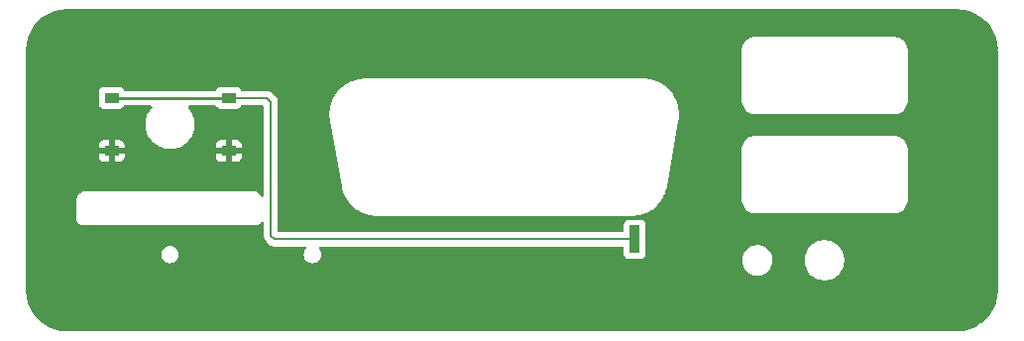
<source format=gbr>
%TF.GenerationSoftware,KiCad,Pcbnew,9.0.0*%
%TF.CreationDate,2025-05-16T22:32:30-04:00*%
%TF.ProjectId,Front Plate,46726f6e-7420-4506-9c61-74652e6b6963,rev?*%
%TF.SameCoordinates,Original*%
%TF.FileFunction,Copper,L2,Bot*%
%TF.FilePolarity,Positive*%
%FSLAX46Y46*%
G04 Gerber Fmt 4.6, Leading zero omitted, Abs format (unit mm)*
G04 Created by KiCad (PCBNEW 9.0.0) date 2025-05-16 22:32:30*
%MOMM*%
%LPD*%
G01*
G04 APERTURE LIST*
%TA.AperFunction,SMDPad,CuDef*%
%ADD10R,0.850000X2.350000*%
%TD*%
%TA.AperFunction,ComponentPad*%
%ADD11C,4.000000*%
%TD*%
%TA.AperFunction,ComponentPad*%
%ADD12C,5.000000*%
%TD*%
%TA.AperFunction,SMDPad,CuDef*%
%ADD13R,1.193800X0.889000*%
%TD*%
%TA.AperFunction,Conductor*%
%ADD14C,0.200000*%
%TD*%
%TA.AperFunction,Conductor*%
%ADD15C,0.250000*%
%TD*%
G04 APERTURE END LIST*
D10*
%TO.P,P1,1*%
%TO.N,/PWR_SW*%
X146610000Y-94095000D03*
%TO.P,P1,2*%
%TO.N,GND*%
X148610000Y-96445000D03*
%TD*%
D11*
%TO.P,REF\u002A\u002A,1*%
%TO.N,GND*%
X118790000Y-86230000D03*
X152120000Y-86240000D03*
%TD*%
D12*
%TO.P,REF\u002A\u002A,1*%
%TO.N,GND*%
X98119160Y-78697420D03*
%TO.P,REF\u002A\u002A,2*%
X174119260Y-78697420D03*
%TO.P,REF\u002A\u002A,3*%
X98119160Y-97697390D03*
%TO.P,REF\u002A\u002A,4*%
X174119260Y-97697390D03*
%TD*%
D13*
%TO.P,SW1,1,1*%
%TO.N,/PWR_SW*%
X111930000Y-82029999D03*
%TO.P,SW1,2,2*%
X101930000Y-82029999D03*
%TO.P,SW1,3,3*%
%TO.N,GND*%
X111930000Y-86530001D03*
%TO.P,SW1,4,4*%
X101930000Y-86530001D03*
%TD*%
D14*
%TO.N,/PWR_SW*%
X146610000Y-94095000D02*
X115815000Y-94095000D01*
X115815000Y-94095000D02*
X115530000Y-93810000D01*
X115530000Y-93810000D02*
X115530000Y-82350000D01*
X115530000Y-82350000D02*
X115209999Y-82029999D01*
X115209999Y-82029999D02*
X111930000Y-82029999D01*
D15*
X111930000Y-82029999D02*
X101930000Y-82029999D01*
%TD*%
%TA.AperFunction,Conductor*%
%TO.N,GND*%
G36*
X174105230Y-74435868D02*
G01*
X174658671Y-74479543D01*
X174677826Y-74482577D01*
X175194397Y-74606475D01*
X175212940Y-74612499D01*
X175703787Y-74815905D01*
X175721081Y-74824717D01*
X176174254Y-75102328D01*
X176190000Y-75113766D01*
X176594019Y-75458844D01*
X176607774Y-75472600D01*
X176952888Y-75876660D01*
X176964322Y-75892396D01*
X177241828Y-76345190D01*
X177250679Y-76362567D01*
X177453909Y-76853695D01*
X177459901Y-76872143D01*
X177584037Y-77388865D01*
X177587083Y-77408080D01*
X177621466Y-77844026D01*
X177620884Y-77869224D01*
X177619830Y-77877618D01*
X177618720Y-77881772D01*
X177618722Y-77886438D01*
X177617751Y-77894177D01*
X177617030Y-77895831D01*
X177616421Y-77902689D01*
X177618656Y-77955504D01*
X177618767Y-77960670D01*
X177631184Y-98422956D01*
X177630800Y-98432786D01*
X177587085Y-98986732D01*
X177584038Y-99005943D01*
X177459912Y-99522617D01*
X177453913Y-99541081D01*
X177250674Y-100032014D01*
X177241842Y-100049357D01*
X176964294Y-100502439D01*
X176952845Y-100518200D01*
X176607771Y-100922212D01*
X176594015Y-100935967D01*
X176190009Y-101281035D01*
X176174249Y-101292483D01*
X175721181Y-101570027D01*
X175703837Y-101578861D01*
X175212902Y-101782095D01*
X175194440Y-101788093D01*
X174677784Y-101912221D01*
X174658561Y-101915269D01*
X174222678Y-101949627D01*
X174195628Y-101948796D01*
X174188139Y-101947740D01*
X174185152Y-101946940D01*
X174182459Y-101946940D01*
X174173846Y-101945726D01*
X174173365Y-101945508D01*
X174168812Y-101945058D01*
X174113980Y-101946845D01*
X174113116Y-101946874D01*
X174109079Y-101946940D01*
X169435102Y-101946940D01*
X102934458Y-101946940D01*
X102933828Y-101946773D01*
X102868752Y-101946940D01*
X102796958Y-101946940D01*
X102794090Y-101947131D01*
X98143153Y-101959066D01*
X98133131Y-101958686D01*
X97579809Y-101915249D01*
X97560546Y-101912198D01*
X97043981Y-101788090D01*
X97025519Y-101782092D01*
X96534588Y-101578861D01*
X96517244Y-101570028D01*
X96517242Y-101570027D01*
X96064169Y-101292484D01*
X96048408Y-101281035D01*
X95644399Y-100935964D01*
X95630644Y-100922209D01*
X95285570Y-100518197D01*
X95274124Y-100502439D01*
X95270624Y-100496725D01*
X94996576Y-100049357D01*
X94987750Y-100032025D01*
X94784512Y-99541079D01*
X94778515Y-99522620D01*
X94778514Y-99522617D01*
X94654386Y-99005961D01*
X94651339Y-98986741D01*
X94616972Y-98550735D01*
X94617852Y-98523344D01*
X94618896Y-98516085D01*
X94619709Y-98513045D01*
X94619707Y-98510446D01*
X94620975Y-98501634D01*
X94621124Y-98501306D01*
X94621529Y-98497220D01*
X94621531Y-98497212D01*
X94619726Y-98441133D01*
X94619663Y-98437322D01*
X94617850Y-95388426D01*
X106168285Y-95388426D01*
X106168285Y-95388433D01*
X106187087Y-95555315D01*
X106187088Y-95555320D01*
X106212362Y-95627547D01*
X106242558Y-95713843D01*
X106331911Y-95856047D01*
X106450668Y-95974804D01*
X106592872Y-96064157D01*
X106746716Y-96117989D01*
X106751394Y-96119626D01*
X106751399Y-96119627D01*
X106918281Y-96138430D01*
X106918285Y-96138430D01*
X106918289Y-96138430D01*
X107085170Y-96119627D01*
X107085173Y-96119626D01*
X107085176Y-96119626D01*
X107243698Y-96064157D01*
X107385902Y-95974804D01*
X107504659Y-95856047D01*
X107594012Y-95713843D01*
X107649481Y-95555321D01*
X107650314Y-95547927D01*
X107668285Y-95388433D01*
X107668285Y-95388426D01*
X107649482Y-95221544D01*
X107649481Y-95221539D01*
X107636432Y-95184248D01*
X107594012Y-95063017D01*
X107504659Y-94920813D01*
X107385902Y-94802056D01*
X107243700Y-94712704D01*
X107243699Y-94712703D01*
X107243698Y-94712703D01*
X107193624Y-94695181D01*
X107085175Y-94657233D01*
X107085170Y-94657232D01*
X106918289Y-94638430D01*
X106918281Y-94638430D01*
X106751399Y-94657232D01*
X106751394Y-94657233D01*
X106592869Y-94712704D01*
X106450667Y-94802056D01*
X106331911Y-94920812D01*
X106242559Y-95063014D01*
X106187088Y-95221539D01*
X106187087Y-95221544D01*
X106168285Y-95388426D01*
X94617850Y-95388426D01*
X94615050Y-90680450D01*
X98950253Y-90680450D01*
X98950257Y-90749540D01*
X98950257Y-92432205D01*
X98984365Y-92559501D01*
X99005604Y-92596287D01*
X99050257Y-92673628D01*
X99143443Y-92766814D01*
X99222601Y-92812516D01*
X99257385Y-92832599D01*
X99257571Y-92832706D01*
X99384865Y-92866814D01*
X114215013Y-92866814D01*
X114215151Y-92866851D01*
X114280164Y-92866814D01*
X114346649Y-92866814D01*
X114346649Y-92866813D01*
X114346934Y-92866776D01*
X114346935Y-92866776D01*
X114409683Y-92849923D01*
X114473943Y-92832706D01*
X114474068Y-92832633D01*
X114474197Y-92832599D01*
X114474202Y-92832596D01*
X114474209Y-92832595D01*
X114511705Y-92810917D01*
X114530455Y-92800078D01*
X114530456Y-92800080D01*
X114530505Y-92800048D01*
X114588071Y-92766814D01*
X114588174Y-92766710D01*
X114588300Y-92766638D01*
X114634430Y-92720454D01*
X114681257Y-92673628D01*
X114681260Y-92673623D01*
X114681435Y-92673395D01*
X114698077Y-92644532D01*
X114748615Y-92596287D01*
X114817215Y-92583024D01*
X114882095Y-92608954D01*
X114922656Y-92665844D01*
X114929500Y-92706469D01*
X114929500Y-93723330D01*
X114929499Y-93723348D01*
X114929499Y-93889054D01*
X114929498Y-93889054D01*
X114970423Y-94041785D01*
X114999358Y-94091900D01*
X114999359Y-94091904D01*
X114999360Y-94091904D01*
X115049479Y-94178714D01*
X115049481Y-94178717D01*
X115168349Y-94297585D01*
X115168355Y-94297590D01*
X115330139Y-94459374D01*
X115330149Y-94459385D01*
X115334479Y-94463715D01*
X115334480Y-94463716D01*
X115446284Y-94575520D01*
X115509302Y-94611903D01*
X115583215Y-94654577D01*
X115735943Y-94695501D01*
X115735946Y-94695501D01*
X115901653Y-94695501D01*
X115901669Y-94695500D01*
X118439720Y-94695500D01*
X118506759Y-94715185D01*
X118552514Y-94767989D01*
X118562458Y-94837147D01*
X118533433Y-94900703D01*
X118527401Y-94907181D01*
X118513769Y-94920812D01*
X118424417Y-95063014D01*
X118368946Y-95221539D01*
X118368945Y-95221544D01*
X118350143Y-95388426D01*
X118350143Y-95388433D01*
X118368945Y-95555315D01*
X118368946Y-95555320D01*
X118394220Y-95627547D01*
X118424416Y-95713843D01*
X118513769Y-95856047D01*
X118632526Y-95974804D01*
X118774730Y-96064157D01*
X118928574Y-96117989D01*
X118933252Y-96119626D01*
X118933257Y-96119627D01*
X119100139Y-96138430D01*
X119100143Y-96138430D01*
X119100147Y-96138430D01*
X119267028Y-96119627D01*
X119267031Y-96119626D01*
X119267034Y-96119626D01*
X119425556Y-96064157D01*
X119567760Y-95974804D01*
X119686517Y-95856047D01*
X119735540Y-95778028D01*
X155789486Y-95778028D01*
X155789486Y-95982731D01*
X155821508Y-96184914D01*
X155884767Y-96379603D01*
X155909514Y-96428170D01*
X155971467Y-96549760D01*
X155977701Y-96561993D01*
X156098014Y-96727593D01*
X156242772Y-96872351D01*
X156397735Y-96984936D01*
X156408376Y-96992667D01*
X156524593Y-97051883D01*
X156590762Y-97085598D01*
X156590764Y-97085598D01*
X156590767Y-97085600D01*
X156695123Y-97119507D01*
X156785451Y-97148857D01*
X156886543Y-97164868D01*
X156987634Y-97180880D01*
X156987635Y-97180880D01*
X157192337Y-97180880D01*
X157192338Y-97180880D01*
X157394520Y-97148857D01*
X157589205Y-97085600D01*
X157771596Y-96992667D01*
X157864576Y-96925112D01*
X157937199Y-96872351D01*
X157937201Y-96872348D01*
X157937205Y-96872346D01*
X158081952Y-96727599D01*
X158081954Y-96727595D01*
X158081957Y-96727593D01*
X158191722Y-96576512D01*
X158202273Y-96561990D01*
X158295206Y-96379599D01*
X158358463Y-96184914D01*
X158390486Y-95982732D01*
X158390486Y-95778028D01*
X158389045Y-95768929D01*
X161108840Y-95768929D01*
X161108840Y-95991830D01*
X161108841Y-95991846D01*
X161137934Y-96212832D01*
X161137935Y-96212837D01*
X161137936Y-96212843D01*
X161195630Y-96428160D01*
X161195633Y-96428170D01*
X161280933Y-96634102D01*
X161280935Y-96634106D01*
X161392392Y-96827154D01*
X161392397Y-96827160D01*
X161392398Y-96827162D01*
X161528091Y-97004002D01*
X161528097Y-97004009D01*
X161685710Y-97161622D01*
X161685716Y-97161627D01*
X161862566Y-97297328D01*
X162055614Y-97408785D01*
X162261559Y-97494090D01*
X162476877Y-97551784D01*
X162697883Y-97580880D01*
X162697890Y-97580880D01*
X162920790Y-97580880D01*
X162920797Y-97580880D01*
X163141803Y-97551784D01*
X163357121Y-97494090D01*
X163563066Y-97408785D01*
X163756114Y-97297328D01*
X163932964Y-97161627D01*
X164090587Y-97004004D01*
X164226288Y-96827154D01*
X164337745Y-96634106D01*
X164423050Y-96428161D01*
X164480744Y-96212843D01*
X164509840Y-95991837D01*
X164509840Y-95768923D01*
X164480744Y-95547917D01*
X164423050Y-95332599D01*
X164416954Y-95317883D01*
X164377050Y-95221544D01*
X164337745Y-95126654D01*
X164226288Y-94933606D01*
X164099286Y-94768093D01*
X164090588Y-94756757D01*
X164090582Y-94756750D01*
X163932969Y-94599137D01*
X163932962Y-94599131D01*
X163756122Y-94463438D01*
X163756120Y-94463437D01*
X163756114Y-94463432D01*
X163563066Y-94351975D01*
X163563062Y-94351973D01*
X163357130Y-94266673D01*
X163357123Y-94266671D01*
X163357121Y-94266670D01*
X163141803Y-94208976D01*
X163141797Y-94208975D01*
X163141792Y-94208974D01*
X162920806Y-94179881D01*
X162920803Y-94179880D01*
X162920797Y-94179880D01*
X162697883Y-94179880D01*
X162697877Y-94179880D01*
X162697873Y-94179881D01*
X162476887Y-94208974D01*
X162476880Y-94208975D01*
X162476877Y-94208976D01*
X162261559Y-94266670D01*
X162261549Y-94266673D01*
X162055617Y-94351973D01*
X162055613Y-94351975D01*
X161862566Y-94463432D01*
X161862557Y-94463438D01*
X161685717Y-94599131D01*
X161685710Y-94599137D01*
X161528097Y-94756750D01*
X161528091Y-94756757D01*
X161392398Y-94933597D01*
X161392392Y-94933606D01*
X161280935Y-95126653D01*
X161280933Y-95126657D01*
X161195633Y-95332589D01*
X161195630Y-95332599D01*
X161137937Y-95547914D01*
X161137934Y-95547927D01*
X161108841Y-95768913D01*
X161108840Y-95768929D01*
X158389045Y-95768929D01*
X158380313Y-95713797D01*
X158358463Y-95575845D01*
X158313226Y-95436622D01*
X158295206Y-95381161D01*
X158295204Y-95381158D01*
X158295204Y-95381156D01*
X158235242Y-95263476D01*
X158202273Y-95198770D01*
X158191722Y-95184248D01*
X158081957Y-95033166D01*
X157937199Y-94888408D01*
X157771599Y-94768095D01*
X157771598Y-94768094D01*
X157771596Y-94768093D01*
X157677666Y-94720233D01*
X157589209Y-94675161D01*
X157394520Y-94611902D01*
X157219981Y-94584258D01*
X157192338Y-94579880D01*
X156987634Y-94579880D01*
X156963315Y-94583731D01*
X156785451Y-94611902D01*
X156590762Y-94675161D01*
X156408372Y-94768095D01*
X156242772Y-94888408D01*
X156098014Y-95033166D01*
X155977701Y-95198766D01*
X155884767Y-95381156D01*
X155821508Y-95575845D01*
X155789486Y-95778028D01*
X119735540Y-95778028D01*
X119775870Y-95713843D01*
X119831339Y-95555321D01*
X119832172Y-95547927D01*
X119850143Y-95388433D01*
X119850143Y-95388426D01*
X119831340Y-95221544D01*
X119831339Y-95221539D01*
X119818290Y-95184248D01*
X119775870Y-95063017D01*
X119686517Y-94920813D01*
X119672885Y-94907181D01*
X119639400Y-94845858D01*
X119644384Y-94776166D01*
X119686256Y-94720233D01*
X119751720Y-94695816D01*
X119760566Y-94695500D01*
X145560501Y-94695500D01*
X145627540Y-94715185D01*
X145673295Y-94767989D01*
X145684501Y-94819500D01*
X145684501Y-95317876D01*
X145690908Y-95377483D01*
X145741202Y-95512328D01*
X145741206Y-95512335D01*
X145827452Y-95627544D01*
X145827455Y-95627547D01*
X145942664Y-95713793D01*
X145942671Y-95713797D01*
X146077517Y-95764091D01*
X146077516Y-95764091D01*
X146084444Y-95764835D01*
X146137127Y-95770500D01*
X147082872Y-95770499D01*
X147142483Y-95764091D01*
X147277331Y-95713796D01*
X147392546Y-95627546D01*
X147478796Y-95512331D01*
X147529091Y-95377483D01*
X147535500Y-95317873D01*
X147535499Y-92872128D01*
X147529091Y-92812517D01*
X147524452Y-92800080D01*
X147478797Y-92677671D01*
X147478793Y-92677664D01*
X147392547Y-92562455D01*
X147392544Y-92562452D01*
X147277335Y-92476206D01*
X147277328Y-92476202D01*
X147142482Y-92425908D01*
X147142483Y-92425908D01*
X147082883Y-92419501D01*
X147082881Y-92419500D01*
X147082873Y-92419500D01*
X147082864Y-92419500D01*
X146137129Y-92419500D01*
X146137123Y-92419501D01*
X146077516Y-92425908D01*
X145942671Y-92476202D01*
X145942664Y-92476206D01*
X145827455Y-92562452D01*
X145827452Y-92562455D01*
X145741206Y-92677664D01*
X145741202Y-92677671D01*
X145690908Y-92812517D01*
X145686887Y-92849923D01*
X145684501Y-92872123D01*
X145684500Y-92872135D01*
X145684500Y-93370500D01*
X145664815Y-93437539D01*
X145612011Y-93483294D01*
X145560500Y-93494500D01*
X116254500Y-93494500D01*
X116187461Y-93474815D01*
X116141706Y-93422011D01*
X116130500Y-93370500D01*
X116130500Y-83354345D01*
X120538866Y-83354345D01*
X120540749Y-83403990D01*
X120540716Y-83414179D01*
X120538878Y-83455638D01*
X120538878Y-83455655D01*
X120582056Y-83892760D01*
X120587242Y-83931136D01*
X120587325Y-83931831D01*
X120587433Y-83932443D01*
X120587434Y-83932444D01*
X120600677Y-84006839D01*
X121593400Y-89583485D01*
X121593497Y-89584022D01*
X121593677Y-89585033D01*
X121611770Y-89703958D01*
X121627852Y-89774166D01*
X121627951Y-89774713D01*
X121628272Y-89776123D01*
X121628391Y-89776515D01*
X121628508Y-89777026D01*
X121628613Y-89777250D01*
X121629516Y-89780226D01*
X121718717Y-90074470D01*
X121750700Y-90179972D01*
X121785296Y-90262471D01*
X121787498Y-90268105D01*
X121789433Y-90273435D01*
X121789436Y-90273442D01*
X122022606Y-90709552D01*
X122023149Y-90710565D01*
X122026894Y-90715636D01*
X122048554Y-90744970D01*
X122054876Y-90754408D01*
X122078638Y-90793657D01*
X122174335Y-90910276D01*
X122259750Y-91014365D01*
X122392328Y-91175927D01*
X122392337Y-91175937D01*
X122392340Y-91175940D01*
X122418078Y-91203436D01*
X122437350Y-91224024D01*
X122440338Y-91226114D01*
X122460729Y-91243997D01*
X122464113Y-91247694D01*
X122810640Y-91531818D01*
X122846382Y-91561123D01*
X122907186Y-91600543D01*
X122913164Y-91604675D01*
X122930215Y-91617213D01*
X122930217Y-91617214D01*
X122930221Y-91617217D01*
X123366081Y-91850387D01*
X123449961Y-91884710D01*
X123455471Y-91887124D01*
X123459851Y-91889172D01*
X123459853Y-91889173D01*
X123459863Y-91889177D01*
X123708945Y-91964715D01*
X123933065Y-92032684D01*
X123937354Y-92033964D01*
X123978308Y-92039851D01*
X123990200Y-92042160D01*
X124007038Y-92046290D01*
X124032453Y-92052526D01*
X124524453Y-92100786D01*
X124567228Y-92102878D01*
X124570662Y-92103209D01*
X124570667Y-92103146D01*
X124575086Y-92103459D01*
X124575093Y-92103460D01*
X146261650Y-92091325D01*
X146271555Y-92091716D01*
X146281574Y-92092513D01*
X146283973Y-92093336D01*
X146302033Y-92094142D01*
X146304165Y-92094312D01*
X146305141Y-92094685D01*
X146318540Y-92096309D01*
X146341598Y-92100902D01*
X146358319Y-92099705D01*
X146367166Y-92099390D01*
X146416731Y-92099390D01*
X146422266Y-92099514D01*
X146424006Y-92099591D01*
X146427710Y-92099757D01*
X146907520Y-92052507D01*
X146945534Y-92047300D01*
X146965857Y-92040634D01*
X146985751Y-92035887D01*
X147006717Y-92032683D01*
X147369802Y-91922567D01*
X147479918Y-91889173D01*
X147479918Y-91889172D01*
X147555424Y-91857213D01*
X147561391Y-91854868D01*
X147573578Y-91850446D01*
X148009698Y-91617276D01*
X148086148Y-91565802D01*
X148091175Y-91562591D01*
X148093773Y-91561020D01*
X148475793Y-91247590D01*
X148527987Y-91198155D01*
X148527992Y-91198147D01*
X148532295Y-91193097D01*
X148532356Y-91193149D01*
X148544459Y-91179188D01*
X148544408Y-91179139D01*
X148545517Y-91177968D01*
X148546657Y-91176653D01*
X148547452Y-91175927D01*
X148861142Y-90793657D01*
X148906966Y-90727772D01*
X148906967Y-90727767D01*
X148909677Y-90722768D01*
X148910665Y-90720673D01*
X148914721Y-90713176D01*
X148917530Y-90709353D01*
X148941593Y-90664298D01*
X155766997Y-90664298D01*
X155767002Y-90816244D01*
X155767003Y-90816251D01*
X155801947Y-91014386D01*
X155801948Y-91014388D01*
X155870767Y-91203452D01*
X155971371Y-91377693D01*
X156100702Y-91531819D01*
X156254831Y-91661146D01*
X156429076Y-91761745D01*
X156618142Y-91830560D01*
X156816284Y-91865499D01*
X156839161Y-91865499D01*
X156850994Y-91865499D01*
X156850999Y-91865501D01*
X156916884Y-91865501D01*
X156982776Y-91865502D01*
X156982780Y-91865501D01*
X168703988Y-91865501D01*
X168712252Y-91865501D01*
X168712261Y-91865504D01*
X168726802Y-91865503D01*
X168726818Y-91865507D01*
X168778153Y-91865504D01*
X168778153Y-91865505D01*
X168878752Y-91865500D01*
X168878758Y-91865499D01*
X169076888Y-91830556D01*
X169076888Y-91830555D01*
X169076893Y-91830555D01*
X169265955Y-91761735D01*
X169440196Y-91661132D01*
X169594321Y-91531802D01*
X169723647Y-91377674D01*
X169824246Y-91203431D01*
X169893062Y-91014367D01*
X169928003Y-90816226D01*
X169928003Y-90781511D01*
X169928005Y-90781507D01*
X169928005Y-90709353D01*
X169928007Y-90649734D01*
X169928005Y-90649729D01*
X169928006Y-90642150D01*
X169928005Y-90642116D01*
X169928005Y-86480261D01*
X169928008Y-86480250D01*
X169928005Y-86414358D01*
X169928005Y-86348484D01*
X169928005Y-86340287D01*
X169927995Y-86340159D01*
X169927995Y-86313759D01*
X169893052Y-86115619D01*
X169893050Y-86115614D01*
X169893050Y-86115612D01*
X169843003Y-85978121D01*
X169824234Y-85926556D01*
X169723632Y-85752315D01*
X169709403Y-85735358D01*
X169594305Y-85598191D01*
X169594304Y-85598190D01*
X169440177Y-85468862D01*
X169265936Y-85368262D01*
X169265933Y-85368260D01*
X169265928Y-85368258D01*
X169076880Y-85299448D01*
X169076877Y-85299447D01*
X169076873Y-85299446D01*
X168933792Y-85274213D01*
X168878729Y-85264503D01*
X168848422Y-85264502D01*
X168848422Y-85264501D01*
X168844011Y-85264501D01*
X168778135Y-85264501D01*
X168778126Y-85264500D01*
X168712242Y-85264499D01*
X168712241Y-85264499D01*
X168703618Y-85264499D01*
X168703590Y-85264501D01*
X156942763Y-85264501D01*
X156942756Y-85264499D01*
X156876864Y-85264501D01*
X156803120Y-85264501D01*
X156803022Y-85264507D01*
X156779766Y-85264507D01*
X156588508Y-85298236D01*
X156406032Y-85364657D01*
X156406023Y-85364661D01*
X156237847Y-85461762D01*
X156237844Y-85461764D01*
X156089084Y-85586590D01*
X156089076Y-85586598D01*
X155964255Y-85735356D01*
X155964253Y-85735359D01*
X155867156Y-85903534D01*
X155867150Y-85903547D01*
X155800731Y-86086026D01*
X155767006Y-86277275D01*
X155767005Y-86277279D01*
X155767005Y-86297400D01*
X155767005Y-86308492D01*
X155767005Y-86308495D01*
X155767005Y-86332727D01*
X155767005Y-86374376D01*
X155767003Y-86440268D01*
X155767005Y-86440275D01*
X155767005Y-90642129D01*
X155767002Y-90642179D01*
X155767002Y-90664281D01*
X155766997Y-90664298D01*
X148941593Y-90664298D01*
X149150450Y-90273243D01*
X149170114Y-90221847D01*
X149173581Y-90213680D01*
X149189313Y-90180027D01*
X149332823Y-89706827D01*
X149343976Y-89641790D01*
X149352449Y-89607184D01*
X149355874Y-89572076D01*
X149356624Y-89567688D01*
X149356651Y-89567632D01*
X149356715Y-89567156D01*
X150331963Y-84006835D01*
X150338558Y-83985218D01*
X150340455Y-83978641D01*
X150346391Y-83937350D01*
X150355275Y-83917894D01*
X150358485Y-83885374D01*
X150400905Y-83455604D01*
X150402833Y-83428811D01*
X150400091Y-83400808D01*
X150399625Y-83383205D01*
X150400913Y-83354344D01*
X150395728Y-83301733D01*
X150376654Y-83108182D01*
X150352403Y-82862094D01*
X150333714Y-82769336D01*
X150332693Y-82763558D01*
X150332621Y-82763083D01*
X150189361Y-82290143D01*
X150185997Y-82280140D01*
X150179597Y-82261108D01*
X150179593Y-82261099D01*
X150179593Y-82261098D01*
X150168518Y-82240707D01*
X150161679Y-82225854D01*
X150153428Y-82204291D01*
X155756996Y-82204291D01*
X155757000Y-82270944D01*
X155757000Y-82326619D01*
X155757001Y-82326649D01*
X155757002Y-82356241D01*
X155757003Y-82356253D01*
X155791946Y-82554383D01*
X155860766Y-82743449D01*
X155860768Y-82743453D01*
X155944972Y-82889291D01*
X155961369Y-82917690D01*
X156090699Y-83071816D01*
X156244813Y-83201131D01*
X156244825Y-83201141D01*
X156244828Y-83201144D01*
X156419064Y-83301740D01*
X156419067Y-83301741D01*
X156419070Y-83301743D01*
X156608134Y-83370558D01*
X156806276Y-83405499D01*
X156829156Y-83405499D01*
X156840989Y-83405499D01*
X156840994Y-83405501D01*
X156906874Y-83405501D01*
X156906875Y-83405501D01*
X156972767Y-83405503D01*
X156972770Y-83405501D01*
X156981390Y-83405502D01*
X156981419Y-83405501D01*
X168702241Y-83405501D01*
X168702252Y-83405504D01*
X168768144Y-83405501D01*
X168834017Y-83405501D01*
X168843260Y-83405501D01*
X168843307Y-83405496D01*
X168868744Y-83405496D01*
X168868746Y-83405496D01*
X168868748Y-83405495D01*
X169066884Y-83370552D01*
X169255947Y-83301733D01*
X169430188Y-83201131D01*
X169584314Y-83071801D01*
X169713641Y-82917674D01*
X169814241Y-82743431D01*
X169883057Y-82554367D01*
X169917998Y-82356226D01*
X169917998Y-82321511D01*
X169918000Y-82321507D01*
X169918000Y-82255603D01*
X169918002Y-82189734D01*
X169918000Y-82189729D01*
X169918001Y-82182150D01*
X169918000Y-82182116D01*
X169918000Y-78020261D01*
X169918003Y-78020250D01*
X169918000Y-77954358D01*
X169918000Y-77888484D01*
X169918000Y-77879874D01*
X169917995Y-77879821D01*
X169917995Y-77853758D01*
X169917066Y-77848492D01*
X169883051Y-77655617D01*
X169814232Y-77466552D01*
X169814230Y-77466549D01*
X169800942Y-77443535D01*
X169713630Y-77292312D01*
X169584301Y-77138187D01*
X169584299Y-77138185D01*
X169584298Y-77138184D01*
X169430175Y-77008860D01*
X169255935Y-76908262D01*
X169255928Y-76908259D01*
X169066864Y-76839443D01*
X169066859Y-76839442D01*
X168868724Y-76804503D01*
X168868721Y-76804502D01*
X168841615Y-76804502D01*
X168841615Y-76804501D01*
X168834006Y-76804501D01*
X168768126Y-76804501D01*
X168768117Y-76804500D01*
X168702233Y-76804499D01*
X168702232Y-76804499D01*
X168693609Y-76804499D01*
X168693581Y-76804501D01*
X156932758Y-76804501D01*
X156932747Y-76804498D01*
X156866854Y-76804501D01*
X156866854Y-76804500D01*
X156834488Y-76804501D01*
X156793393Y-76804501D01*
X156793373Y-76804502D01*
X156769755Y-76804502D01*
X156769749Y-76804503D01*
X156578517Y-76838229D01*
X156578508Y-76838231D01*
X156578506Y-76838232D01*
X156536440Y-76853543D01*
X156396023Y-76904655D01*
X156396015Y-76904659D01*
X156227844Y-77001758D01*
X156079077Y-77126590D01*
X156079075Y-77126593D01*
X155954249Y-77275355D01*
X155857150Y-77443535D01*
X155857149Y-77443536D01*
X155790726Y-77626029D01*
X155790725Y-77626033D01*
X155757000Y-77817277D01*
X155757000Y-77837397D01*
X155757000Y-77848492D01*
X155757000Y-77848495D01*
X155757000Y-77872725D01*
X155757000Y-77914376D01*
X155756998Y-77980268D01*
X155757000Y-77980275D01*
X155757000Y-82182129D01*
X155756997Y-82182179D01*
X155756997Y-82204287D01*
X155756996Y-82204291D01*
X150153428Y-82204291D01*
X150150450Y-82196507D01*
X149917530Y-81760397D01*
X149877532Y-81697239D01*
X149877529Y-81697236D01*
X149877528Y-81697234D01*
X149873336Y-81691974D01*
X149873544Y-81691807D01*
X149863958Y-81679529D01*
X149863702Y-81679711D01*
X149861145Y-81676098D01*
X149861142Y-81676093D01*
X149692369Y-81470422D01*
X149547450Y-81293820D01*
X149500971Y-81244363D01*
X149500970Y-81244362D01*
X149498511Y-81242656D01*
X149477650Y-81224418D01*
X149475947Y-81222555D01*
X149093937Y-80908865D01*
X149086042Y-80902513D01*
X149053043Y-80883414D01*
X149041727Y-80876012D01*
X149009707Y-80852480D01*
X149009702Y-80852477D01*
X149009698Y-80852474D01*
X148663356Y-80667303D01*
X148573582Y-80619306D01*
X148573580Y-80619305D01*
X148573578Y-80619304D01*
X148489804Y-80585035D01*
X148484250Y-80582602D01*
X148479922Y-80580579D01*
X148479914Y-80580576D01*
X148006716Y-80437066D01*
X147950601Y-80427709D01*
X147941410Y-80425815D01*
X147924129Y-80421567D01*
X147907584Y-80417499D01*
X147415574Y-80368988D01*
X147415533Y-80368985D01*
X147365986Y-80366550D01*
X147365980Y-80366550D01*
X147364706Y-80366550D01*
X146191685Y-80367138D01*
X123655923Y-80378441D01*
X123629806Y-80375673D01*
X123598432Y-80368848D01*
X123598145Y-80368868D01*
X123593267Y-80367820D01*
X123562110Y-80367820D01*
X123561860Y-80367820D01*
X123538045Y-80368989D01*
X123512346Y-80370250D01*
X123032282Y-80417491D01*
X122992275Y-80423049D01*
X122992264Y-80423052D01*
X122974578Y-80428930D01*
X122954213Y-80433834D01*
X122933061Y-80437067D01*
X122459865Y-80580576D01*
X122378608Y-80614655D01*
X122373003Y-80616847D01*
X122366089Y-80619359D01*
X122366082Y-80619362D01*
X122366081Y-80619363D01*
X122118767Y-80751667D01*
X121930172Y-80852559D01*
X121926408Y-80854594D01*
X121908209Y-80868218D01*
X121901379Y-80872981D01*
X121846229Y-80908754D01*
X121846221Y-80908759D01*
X121464030Y-81222383D01*
X121461232Y-81224695D01*
X121433776Y-81255138D01*
X121425385Y-81263588D01*
X121392325Y-81293825D01*
X121078637Y-81676093D01*
X121078631Y-81676102D01*
X121035204Y-81737924D01*
X121031944Y-81743842D01*
X121031667Y-81743689D01*
X121024588Y-81756223D01*
X121024962Y-81756459D01*
X121022612Y-81760186D01*
X120789436Y-82196306D01*
X120786170Y-82204291D01*
X120755133Y-82280161D01*
X120752708Y-82285699D01*
X120750740Y-82289908D01*
X120607278Y-82762690D01*
X120607230Y-82762849D01*
X120606157Y-82766439D01*
X120605925Y-82767217D01*
X120605924Y-82767219D01*
X120600064Y-82807970D01*
X120597744Y-82819912D01*
X120587376Y-82862096D01*
X120538866Y-83354345D01*
X116130500Y-83354345D01*
X116130500Y-82439060D01*
X116130501Y-82439047D01*
X116130501Y-82270944D01*
X116130501Y-82270943D01*
X116089577Y-82118216D01*
X116089573Y-82118209D01*
X116010524Y-81981290D01*
X116010518Y-81981282D01*
X115578716Y-81549480D01*
X115578715Y-81549479D01*
X115491903Y-81499359D01*
X115491903Y-81499358D01*
X115491899Y-81499357D01*
X115441784Y-81470422D01*
X115289056Y-81429498D01*
X115130942Y-81429498D01*
X115123346Y-81429498D01*
X115123330Y-81429499D01*
X113088991Y-81429499D01*
X113021952Y-81409814D01*
X112976197Y-81357010D01*
X112972809Y-81348832D01*
X112970697Y-81343170D01*
X112970693Y-81343163D01*
X112884447Y-81227954D01*
X112884444Y-81227951D01*
X112769235Y-81141705D01*
X112769228Y-81141701D01*
X112634382Y-81091407D01*
X112634383Y-81091407D01*
X112574783Y-81085000D01*
X112574781Y-81084999D01*
X112574773Y-81084999D01*
X112574764Y-81084999D01*
X111285229Y-81084999D01*
X111285223Y-81085000D01*
X111225616Y-81091407D01*
X111090771Y-81141701D01*
X111090764Y-81141705D01*
X110975555Y-81227951D01*
X110975552Y-81227954D01*
X110883988Y-81350268D01*
X110882125Y-81348873D01*
X110841671Y-81389330D01*
X110782242Y-81404499D01*
X103077758Y-81404499D01*
X103010719Y-81384814D01*
X102977510Y-81349145D01*
X102976012Y-81350268D01*
X102884447Y-81227954D01*
X102884444Y-81227951D01*
X102769235Y-81141705D01*
X102769228Y-81141701D01*
X102634382Y-81091407D01*
X102634383Y-81091407D01*
X102574783Y-81085000D01*
X102574781Y-81084999D01*
X102574773Y-81084999D01*
X102574764Y-81084999D01*
X101285229Y-81084999D01*
X101285223Y-81085000D01*
X101225616Y-81091407D01*
X101090771Y-81141701D01*
X101090764Y-81141705D01*
X100975555Y-81227951D01*
X100975552Y-81227954D01*
X100889306Y-81343163D01*
X100889302Y-81343170D01*
X100839008Y-81478016D01*
X100832601Y-81537615D01*
X100832600Y-81537634D01*
X100832600Y-82522369D01*
X100832601Y-82522375D01*
X100839008Y-82581982D01*
X100889302Y-82716827D01*
X100889306Y-82716834D01*
X100975552Y-82832043D01*
X100975555Y-82832046D01*
X101090764Y-82918292D01*
X101090771Y-82918296D01*
X101225617Y-82968590D01*
X101225616Y-82968590D01*
X101232544Y-82969334D01*
X101285227Y-82974999D01*
X102574772Y-82974998D01*
X102634383Y-82968590D01*
X102769231Y-82918295D01*
X102884446Y-82832045D01*
X102932975Y-82767219D01*
X102976012Y-82709730D01*
X102977874Y-82711124D01*
X103018329Y-82670668D01*
X103077758Y-82655499D01*
X105278642Y-82655499D01*
X105345681Y-82675184D01*
X105391436Y-82727988D01*
X105401380Y-82797146D01*
X105372355Y-82860702D01*
X105366323Y-82867180D01*
X105344211Y-82889291D01*
X105344205Y-82889298D01*
X105176250Y-83108182D01*
X105038303Y-83347114D01*
X105038296Y-83347129D01*
X104932720Y-83602014D01*
X104861311Y-83868515D01*
X104825301Y-84142040D01*
X104825300Y-84142057D01*
X104825300Y-84417942D01*
X104825301Y-84417959D01*
X104861311Y-84691484D01*
X104932720Y-84957985D01*
X105038296Y-85212870D01*
X105038303Y-85212885D01*
X105176250Y-85451817D01*
X105344205Y-85670701D01*
X105344211Y-85670708D01*
X105539291Y-85865788D01*
X105539298Y-85865794D01*
X105758182Y-86033749D01*
X105997114Y-86171696D01*
X105997129Y-86171703D01*
X106106974Y-86217202D01*
X106252015Y-86277280D01*
X106518512Y-86348688D01*
X106792051Y-86384700D01*
X106792058Y-86384700D01*
X107067942Y-86384700D01*
X107067949Y-86384700D01*
X107341488Y-86348688D01*
X107607985Y-86277280D01*
X107862882Y-86171698D01*
X108095051Y-86037656D01*
X110833100Y-86037656D01*
X110833100Y-86280001D01*
X111680000Y-86280001D01*
X112180000Y-86280001D01*
X113026900Y-86280001D01*
X113026900Y-86037673D01*
X113026899Y-86037656D01*
X113020498Y-85978128D01*
X113020496Y-85978121D01*
X112970254Y-85843414D01*
X112970250Y-85843407D01*
X112884090Y-85728313D01*
X112884087Y-85728310D01*
X112768993Y-85642150D01*
X112768986Y-85642146D01*
X112634279Y-85591904D01*
X112634272Y-85591902D01*
X112574744Y-85585501D01*
X112180000Y-85585501D01*
X112180000Y-86280001D01*
X111680000Y-86280001D01*
X111680000Y-85585501D01*
X111285255Y-85585501D01*
X111225727Y-85591902D01*
X111225720Y-85591904D01*
X111091013Y-85642146D01*
X111091006Y-85642150D01*
X110975912Y-85728310D01*
X110975909Y-85728313D01*
X110889749Y-85843407D01*
X110889745Y-85843414D01*
X110839503Y-85978121D01*
X110839501Y-85978128D01*
X110833100Y-86037656D01*
X108095051Y-86037656D01*
X108101818Y-86033749D01*
X108241522Y-85926551D01*
X108271518Y-85903534D01*
X108320703Y-85865793D01*
X108515793Y-85670703D01*
X108683749Y-85451818D01*
X108821698Y-85212882D01*
X108927280Y-84957985D01*
X108998688Y-84691488D01*
X109034700Y-84417949D01*
X109034700Y-84142051D01*
X108998688Y-83868512D01*
X108927280Y-83602015D01*
X108866634Y-83455604D01*
X108821703Y-83347129D01*
X108821696Y-83347114D01*
X108683749Y-83108182D01*
X108515794Y-82889298D01*
X108515788Y-82889291D01*
X108493677Y-82867180D01*
X108460192Y-82805857D01*
X108465176Y-82736165D01*
X108507048Y-82680232D01*
X108572512Y-82655815D01*
X108581358Y-82655499D01*
X110782242Y-82655499D01*
X110849281Y-82675184D01*
X110882489Y-82710852D01*
X110883988Y-82709730D01*
X110975552Y-82832043D01*
X110975555Y-82832046D01*
X111090764Y-82918292D01*
X111090771Y-82918296D01*
X111225617Y-82968590D01*
X111225616Y-82968590D01*
X111232544Y-82969334D01*
X111285227Y-82974999D01*
X112574772Y-82974998D01*
X112634383Y-82968590D01*
X112769231Y-82918295D01*
X112884446Y-82832045D01*
X112970696Y-82716830D01*
X112972809Y-82711166D01*
X113014680Y-82655232D01*
X113080145Y-82630815D01*
X113088991Y-82630499D01*
X114805500Y-82630499D01*
X114872539Y-82650184D01*
X114918294Y-82702988D01*
X114929500Y-82754499D01*
X114929500Y-90340805D01*
X114909815Y-90407844D01*
X114857011Y-90453599D01*
X114787853Y-90463543D01*
X114724297Y-90434518D01*
X114697127Y-90396839D01*
X114695499Y-90397710D01*
X114692626Y-90392335D01*
X114692626Y-90392334D01*
X114608325Y-90266134D01*
X114608323Y-90266131D01*
X114501023Y-90158804D01*
X114499575Y-90157836D01*
X114374845Y-90074470D01*
X114374843Y-90074469D01*
X114374838Y-90074466D01*
X114234643Y-90016373D01*
X114234639Y-90016371D01*
X114085796Y-89986744D01*
X114085786Y-89986743D01*
X114083388Y-89986743D01*
X114083388Y-89986742D01*
X114075778Y-89986741D01*
X114075762Y-89986737D01*
X114006682Y-89986732D01*
X114006678Y-89986731D01*
X113936888Y-89986723D01*
X113936808Y-89986727D01*
X99794661Y-89985818D01*
X99794598Y-89985818D01*
X99786608Y-89985813D01*
X99786569Y-89985803D01*
X99772590Y-89985805D01*
X99772011Y-89985805D01*
X99771820Y-89985749D01*
X99720677Y-89985757D01*
X99645019Y-89985768D01*
X99644790Y-89985769D01*
X99495938Y-90015399D01*
X99355724Y-90073500D01*
X99229533Y-90157841D01*
X99122234Y-90265164D01*
X99122231Y-90265167D01*
X99037923Y-90391370D01*
X99008035Y-90463543D01*
X98979852Y-90531597D01*
X98950253Y-90680450D01*
X94615050Y-90680450D01*
X94612875Y-87022345D01*
X100833100Y-87022345D01*
X100839501Y-87081873D01*
X100839503Y-87081880D01*
X100889745Y-87216587D01*
X100889749Y-87216594D01*
X100975909Y-87331688D01*
X100975912Y-87331691D01*
X101091006Y-87417851D01*
X101091013Y-87417855D01*
X101225720Y-87468097D01*
X101225727Y-87468099D01*
X101285255Y-87474500D01*
X101285272Y-87474501D01*
X101680000Y-87474501D01*
X102180000Y-87474501D01*
X102574728Y-87474501D01*
X102574744Y-87474500D01*
X102634272Y-87468099D01*
X102634279Y-87468097D01*
X102768986Y-87417855D01*
X102768993Y-87417851D01*
X102884087Y-87331691D01*
X102884090Y-87331688D01*
X102970250Y-87216594D01*
X102970254Y-87216587D01*
X103020496Y-87081880D01*
X103020498Y-87081873D01*
X103026899Y-87022345D01*
X110833100Y-87022345D01*
X110839501Y-87081873D01*
X110839503Y-87081880D01*
X110889745Y-87216587D01*
X110889749Y-87216594D01*
X110975909Y-87331688D01*
X110975912Y-87331691D01*
X111091006Y-87417851D01*
X111091013Y-87417855D01*
X111225720Y-87468097D01*
X111225727Y-87468099D01*
X111285255Y-87474500D01*
X111285272Y-87474501D01*
X111680000Y-87474501D01*
X112180000Y-87474501D01*
X112574728Y-87474501D01*
X112574744Y-87474500D01*
X112634272Y-87468099D01*
X112634279Y-87468097D01*
X112768986Y-87417855D01*
X112768993Y-87417851D01*
X112884087Y-87331691D01*
X112884090Y-87331688D01*
X112970250Y-87216594D01*
X112970254Y-87216587D01*
X113020496Y-87081880D01*
X113020498Y-87081873D01*
X113026899Y-87022345D01*
X113026900Y-87022328D01*
X113026900Y-86780001D01*
X112180000Y-86780001D01*
X112180000Y-87474501D01*
X111680000Y-87474501D01*
X111680000Y-86780001D01*
X110833100Y-86780001D01*
X110833100Y-87022345D01*
X103026899Y-87022345D01*
X103026900Y-87022328D01*
X103026900Y-86780001D01*
X102180000Y-86780001D01*
X102180000Y-87474501D01*
X101680000Y-87474501D01*
X101680000Y-86780001D01*
X100833100Y-86780001D01*
X100833100Y-87022345D01*
X94612875Y-87022345D01*
X94612289Y-86037656D01*
X100833100Y-86037656D01*
X100833100Y-86280001D01*
X101680000Y-86280001D01*
X102180000Y-86280001D01*
X103026900Y-86280001D01*
X103026900Y-86037673D01*
X103026899Y-86037656D01*
X103020498Y-85978128D01*
X103020496Y-85978121D01*
X102970254Y-85843414D01*
X102970250Y-85843407D01*
X102884090Y-85728313D01*
X102884087Y-85728310D01*
X102768993Y-85642150D01*
X102768986Y-85642146D01*
X102634279Y-85591904D01*
X102634272Y-85591902D01*
X102574744Y-85585501D01*
X102180000Y-85585501D01*
X102180000Y-86280001D01*
X101680000Y-86280001D01*
X101680000Y-85585501D01*
X101285255Y-85585501D01*
X101225727Y-85591902D01*
X101225720Y-85591904D01*
X101091013Y-85642146D01*
X101091006Y-85642150D01*
X100975912Y-85728310D01*
X100975909Y-85728313D01*
X100889749Y-85843407D01*
X100889745Y-85843414D01*
X100839503Y-85978121D01*
X100839501Y-85978128D01*
X100833100Y-86037656D01*
X94612289Y-86037656D01*
X94607493Y-77971698D01*
X94607872Y-77961966D01*
X94651360Y-77407998D01*
X94654408Y-77388755D01*
X94778517Y-76872181D01*
X94784510Y-76853733D01*
X94987752Y-76362777D01*
X94996574Y-76345454D01*
X95274130Y-75892360D01*
X95285565Y-75876617D01*
X95630651Y-75472591D01*
X95644391Y-75458851D01*
X96048417Y-75113765D01*
X96064160Y-75102330D01*
X96517342Y-74824720D01*
X96534644Y-74815906D01*
X97025485Y-74612501D01*
X97044027Y-74606476D01*
X97560573Y-74482584D01*
X97579744Y-74479548D01*
X98015748Y-74445182D01*
X98042897Y-74446028D01*
X98050326Y-74447081D01*
X98053268Y-74447870D01*
X98055884Y-74447870D01*
X98064549Y-74449099D01*
X98064976Y-74449293D01*
X98069393Y-74449730D01*
X98069393Y-74449729D01*
X98069398Y-74449731D01*
X98124258Y-74447965D01*
X98125236Y-74447934D01*
X98129224Y-74447870D01*
X102803328Y-74447870D01*
X169303985Y-74447870D01*
X169304630Y-74448041D01*
X169369874Y-74447870D01*
X169435102Y-74447870D01*
X169441487Y-74447870D01*
X169444401Y-74447674D01*
X174095160Y-74435485D01*
X174105230Y-74435868D01*
G37*
%TD.AperFunction*%
%TD*%
M02*

</source>
